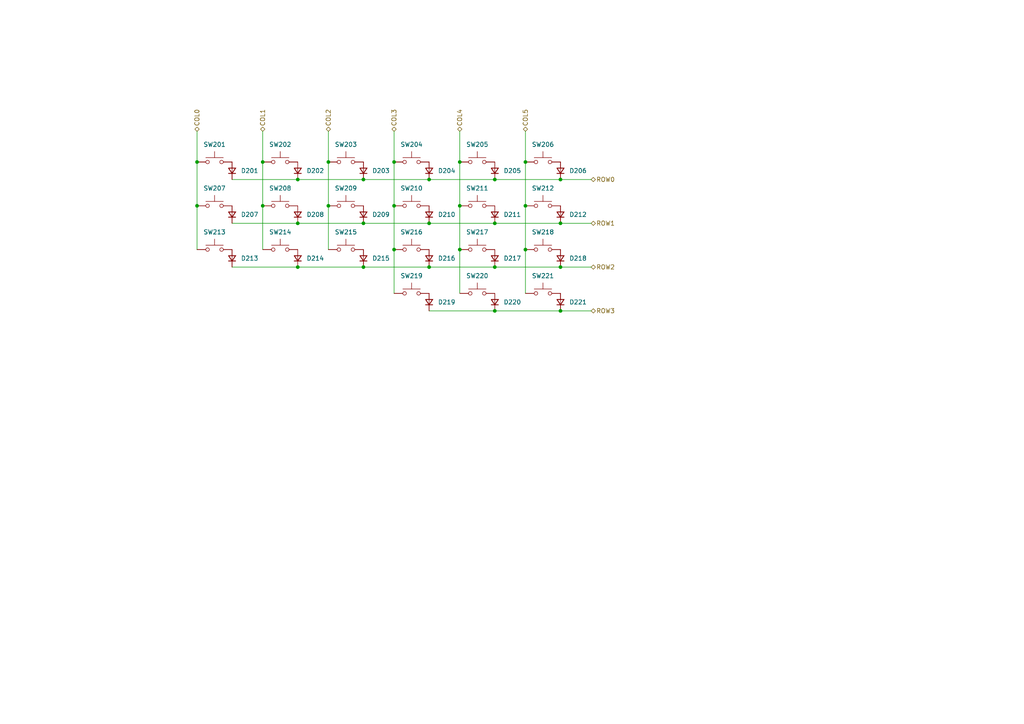
<source format=kicad_sch>
(kicad_sch (version 20230121) (generator eeschema)
  (paper "A4")
  (lib_symbols
    (symbol "Device:D_Small" (pin_numbers hide) (pin_names (offset 0.254) hide)
      (property "Reference" "D" (at -1.27 2.032 0))
      (property "Value" "D_Small" (at -3.81 -2.032 0))
      (symbol "D_Small_0_1"
        (polyline (pts (xy -0.762 -1.016) (xy -0.762 1.016)) (stroke (width 0.254)))
        (polyline (pts (xy -0.762 0) (xy 0.762 0)))
        (polyline (pts (xy 0.762 -1.016) (xy -0.762 0) (xy 0.762 1.016) (xy 0.762 -1.016)) (stroke (width 0.254)))
      )
      (symbol "D_Small_1_1"
        (pin passive line (at -2.54 0 0) (length 1.778) (name "K") (number "1"))
        (pin passive line (at 2.54 0 180) (length 1.778) (name "A") (number "2"))
      )
    )
    (symbol "Switch:SW_Push" (pin_numbers hide) (pin_names (offset 1.016) hide)
      (property "Reference" "SW" (at 1.27 2.54 0))
      (property "Value" "SW_Push" (at 0 -1.524 0))
      (symbol "SW_Push_0_1"
        (circle (center -2.032 0) (radius 0.508))
        (polyline (pts (xy 0 1.27) (xy 0 3.048)))
        (polyline (pts (xy 2.54 1.27) (xy -2.54 1.27)))
        (circle (center 2.032 0) (radius 0.508))
        (pin passive line (at -5.08 0 0) (length 2.54) (name "1") (number "1"))
        (pin passive line (at 5.08 0 180) (length 2.54) (name "2") (number "2"))
      )
    )
  )
  (junction (at 162.56 90.17))
  (junction (at 124.46 64.77))
  (junction (at 143.51 52.07))
  (junction (at 152.4 46.99))
  (junction (at 133.35 72.39))
  (junction (at 162.56 77.47))
  (junction (at 86.36 64.77))
  (junction (at 143.51 64.77))
  (junction (at 76.2 46.99))
  (junction (at 105.41 64.77))
  (junction (at 105.41 77.47))
  (junction (at 152.4 59.69))
  (junction (at 124.46 77.47))
  (junction (at 133.35 46.99))
  (junction (at 57.15 59.69))
  (junction (at 76.2 59.69))
  (junction (at 162.56 52.07))
  (junction (at 86.36 77.47))
  (junction (at 124.46 52.07))
  (junction (at 133.35 59.69))
  (junction (at 86.36 52.07))
  (junction (at 114.3 46.99))
  (junction (at 114.3 72.39))
  (junction (at 57.15 46.99))
  (junction (at 95.25 46.99))
  (junction (at 95.25 59.69))
  (junction (at 143.51 90.17))
  (junction (at 152.4 72.39))
  (junction (at 105.41 52.07))
  (junction (at 143.51 77.47))
  (junction (at 162.56 64.77))
  (junction (at 114.3 59.69))
  (wire (pts (xy 57.15 59.69) (xy 57.15 72.39)))
  (wire (pts (xy 124.46 64.77) (xy 143.51 64.77)))
  (wire (pts (xy 124.46 52.07) (xy 143.51 52.07)))
  (wire (pts (xy 86.36 64.77) (xy 105.41 64.77)))
  (wire (pts (xy 114.3 46.99) (xy 114.3 59.69)))
  (wire (pts (xy 95.25 59.69) (xy 95.25 72.39)))
  (wire (pts (xy 162.56 77.47) (xy 171.45 77.47)))
  (wire (pts (xy 76.2 38.1) (xy 76.2 46.99)))
  (wire (pts (xy 133.35 72.39) (xy 133.35 85.09)))
  (wire (pts (xy 76.2 59.69) (xy 76.2 72.39)))
  (wire (pts (xy 95.25 38.1) (xy 95.25 46.99)))
  (wire (pts (xy 152.4 46.99) (xy 152.4 59.69)))
  (wire (pts (xy 114.3 72.39) (xy 114.3 85.09)))
  (wire (pts (xy 86.36 77.47) (xy 105.41 77.47)))
  (wire (pts (xy 143.51 77.47) (xy 162.56 77.47)))
  (wire (pts (xy 86.36 52.07) (xy 105.41 52.07)))
  (wire (pts (xy 114.3 38.1) (xy 114.3 46.99)))
  (wire (pts (xy 124.46 77.47) (xy 143.51 77.47)))
  (wire (pts (xy 162.56 52.07) (xy 171.45 52.07)))
  (wire (pts (xy 57.15 46.99) (xy 57.15 59.69)))
  (wire (pts (xy 67.31 77.47) (xy 86.36 77.47)))
  (wire (pts (xy 152.4 59.69) (xy 152.4 72.39)))
  (wire (pts (xy 143.51 52.07) (xy 162.56 52.07)))
  (wire (pts (xy 114.3 59.69) (xy 114.3 72.39)))
  (wire (pts (xy 152.4 38.1) (xy 152.4 46.99)))
  (wire (pts (xy 162.56 64.77) (xy 171.45 64.77)))
  (wire (pts (xy 124.46 90.17) (xy 143.51 90.17)))
  (wire (pts (xy 105.41 52.07) (xy 124.46 52.07)))
  (wire (pts (xy 162.56 90.17) (xy 171.45 90.17)))
  (wire (pts (xy 133.35 59.69) (xy 133.35 72.39)))
  (wire (pts (xy 57.15 38.1) (xy 57.15 46.99)))
  (wire (pts (xy 143.51 64.77) (xy 162.56 64.77)))
  (wire (pts (xy 133.35 46.99) (xy 133.35 59.69)))
  (wire (pts (xy 95.25 46.99) (xy 95.25 59.69)))
  (wire (pts (xy 105.41 77.47) (xy 124.46 77.47)))
  (wire (pts (xy 67.31 52.07) (xy 86.36 52.07)))
  (wire (pts (xy 143.51 90.17) (xy 162.56 90.17)))
  (wire (pts (xy 152.4 72.39) (xy 152.4 85.09)))
  (wire (pts (xy 105.41 64.77) (xy 124.46 64.77)))
  (wire (pts (xy 133.35 38.1) (xy 133.35 46.99)))
  (wire (pts (xy 67.31 64.77) (xy 86.36 64.77)))
  (wire (pts (xy 76.2 46.99) (xy 76.2 59.69)))
  (hierarchical_label "COL4" (shape bidirectional) (at 133.35 38.1 90))
  (hierarchical_label "COL1" (shape bidirectional) (at 76.2 38.1 90))
  (hierarchical_label "COL3" (shape bidirectional) (at 114.3 38.1 90))
  (hierarchical_label "ROW3" (shape bidirectional) (at 171.45 90.17 0))
  (hierarchical_label "ROW1" (shape bidirectional) (at 171.45 64.77 0))
  (hierarchical_label "ROW2" (shape bidirectional) (at 171.45 77.47 0))
  (hierarchical_label "COL0" (shape bidirectional) (at 57.15 38.1 90))
  (hierarchical_label "ROW0" (shape bidirectional) (at 171.45 52.07 0))
  (hierarchical_label "COL5" (shape bidirectional) (at 152.4 38.1 90))
  (hierarchical_label "COL2" (shape bidirectional) (at 95.25 38.1 90))
  (symbol (lib_id "Switch:SW_Push") (at 81.28 72.39 0) (unit 1)
    (property "Reference" "SW214" (at 81.28 67.31 0))
    (property "Value" "SW_Push" (effects hide))
    (property "Footprint" "connectors:Kailh MX hotswap socket" (effects hide))
    (property "MFPN" "CPG151101S11" (effects hide))
    (property "LCSC" "C5156480" (effects hide))
    (instances (project "crkbd-shockburst" (path "" (reference "SW214") (unit 1)) (path "" (reference "SW314") (unit 1)) (path "" (reference "SW414") (unit 1))))
  )
  (symbol (lib_id "Device:D_Small") (at 143.51 62.23 90) (unit 1)
    (property "Reference" "D211" (at 146.05 62.23 90) (effects (justify right)))
    (property "Value" "BAT43W" (effects hide))
    (property "Footprint" "Diode_SMD:D_SOD-123" (effects hide))
    (property "Sim.Device" "D" (effects hide))
    (property "Sim.Pins" "1=K 2=A" (effects hide))
    (property "MFPN" "BAT43W" (effects hide))
    (property "LCSC" "C130885" (effects hide))
    (instances (project "crkbd-shockburst" (path "" (reference "D211") (unit 1)) (path "" (reference "D311") (unit 1)) (path "" (reference "D411") (unit 1))))
  )
  (symbol (lib_id "Switch:SW_Push") (at 100.33 59.69 0) (unit 1)
    (property "Reference" "SW209" (at 100.33 54.61 0))
    (property "Value" "SW_Push" (effects hide))
    (property "Footprint" "connectors:Kailh MX hotswap socket" (effects hide))
    (property "MFPN" "CPG151101S11" (effects hide))
    (property "LCSC" "C5156480" (effects hide))
    (instances (project "crkbd-shockburst" (path "" (reference "SW209") (unit 1)) (path "" (reference "SW309") (unit 1)) (path "" (reference "SW409") (unit 1))))
  )
  (symbol (lib_id "Device:D_Small") (at 105.41 62.23 90) (unit 1)
    (property "Reference" "D209" (at 107.95 62.23 90) (effects (justify right)))
    (property "Value" "BAT43W" (effects hide))
    (property "Footprint" "Diode_SMD:D_SOD-123" (effects hide))
    (property "Sim.Device" "D" (effects hide))
    (property "Sim.Pins" "1=K 2=A" (effects hide))
    (property "MFPN" "BAT43W" (effects hide))
    (property "LCSC" "C130885" (effects hide))
    (instances (project "crkbd-shockburst" (path "" (reference "D209") (unit 1)) (path "" (reference "D309") (unit 1)) (path "" (reference "D409") (unit 1))))
  )
  (symbol (lib_id "Device:D_Small") (at 162.56 74.93 90) (unit 1)
    (property "Reference" "D218" (at 165.1 74.93 90) (effects (justify right)))
    (property "Value" "BAT43W" (effects hide))
    (property "Footprint" "Diode_SMD:D_SOD-123" (effects hide))
    (property "Sim.Device" "D" (effects hide))
    (property "Sim.Pins" "1=K 2=A" (effects hide))
    (property "MFPN" "BAT43W" (effects hide))
    (property "LCSC" "C130885" (effects hide))
    (instances (project "crkbd-shockburst" (path "" (reference "D218") (unit 1)) (path "" (reference "D318") (unit 1)) (path "" (reference "D418") (unit 1))))
  )
  (symbol (lib_id "Switch:SW_Push") (at 62.23 59.69 0) (unit 1)
    (property "Reference" "SW207" (at 62.23 54.61 0))
    (property "Value" "SW_Push" (effects hide))
    (property "Footprint" "connectors:Kailh MX hotswap socket" (effects hide))
    (property "MFPN" "CPG151101S11" (effects hide))
    (property "LCSC" "C5156480" (effects hide))
    (instances (project "crkbd-shockburst" (path "" (reference "SW207") (unit 1)) (path "" (reference "SW307") (unit 1)) (path "" (reference "SW407") (unit 1))))
  )
  (symbol (lib_id "Device:D_Small") (at 162.56 87.63 90) (unit 1)
    (property "Reference" "D221" (at 165.1 87.63 90) (effects (justify right)))
    (property "Value" "BAT43W" (effects hide))
    (property "Footprint" "Diode_SMD:D_SOD-123" (effects hide))
    (property "Sim.Device" "D" (effects hide))
    (property "Sim.Pins" "1=K 2=A" (effects hide))
    (property "MFPN" "BAT43W" (effects hide))
    (property "LCSC" "C130885" (effects hide))
    (instances (project "crkbd-shockburst" (path "" (reference "D221") (unit 1)) (path "" (reference "D321") (unit 1)) (path "" (reference "D421") (unit 1))))
  )
  (symbol (lib_id "Device:D_Small") (at 105.41 74.93 90) (unit 1)
    (property "Reference" "D215" (at 107.95 74.93 90) (effects (justify right)))
    (property "Value" "BAT43W" (effects hide))
    (property "Footprint" "Diode_SMD:D_SOD-123" (effects hide))
    (property "Sim.Device" "D" (effects hide))
    (property "Sim.Pins" "1=K 2=A" (effects hide))
    (property "MFPN" "BAT43W" (effects hide))
    (property "LCSC" "C130885" (effects hide))
    (instances (project "crkbd-shockburst" (path "" (reference "D215") (unit 1)) (path "" (reference "D315") (unit 1)) (path "" (reference "D415") (unit 1))))
  )
  (symbol (lib_id "Device:D_Small") (at 124.46 49.53 90) (unit 1)
    (property "Reference" "D204" (at 127 49.53 90) (effects (justify right)))
    (property "Value" "BAT43W" (effects hide))
    (property "Footprint" "Diode_SMD:D_SOD-123" (effects hide))
    (property "Sim.Device" "D" (effects hide))
    (property "Sim.Pins" "1=K 2=A" (effects hide))
    (property "MFPN" "BAT43W" (effects hide))
    (property "LCSC" "C130885" (effects hide))
    (instances (project "crkbd-shockburst" (path "" (reference "D204") (unit 1)) (path "" (reference "D304") (unit 1)) (path "" (reference "D404") (unit 1))))
  )
  (symbol (lib_id "Switch:SW_Push") (at 157.48 46.99 0) (unit 1)
    (property "Reference" "SW206" (at 157.48 41.91 0))
    (property "Value" "SW_Push" (effects hide))
    (property "Footprint" "connectors:Kailh MX hotswap socket" (effects hide))
    (property "MFPN" "CPG151101S11" (effects hide))
    (property "LCSC" "C5156480" (effects hide))
    (instances (project "crkbd-shockburst" (path "" (reference "SW206") (unit 1)) (path "" (reference "SW306") (unit 1)) (path "" (reference "SW406") (unit 1))))
  )
  (symbol (lib_id "Device:D_Small") (at 86.36 49.53 90) (unit 1)
    (property "Reference" "D202" (at 88.9 49.53 90) (effects (justify right)))
    (property "Value" "BAT43W" (effects hide))
    (property "Footprint" "Diode_SMD:D_SOD-123" (effects hide))
    (property "Sim.Device" "D" (effects hide))
    (property "Sim.Pins" "1=K 2=A" (effects hide))
    (property "MFPN" "BAT43W" (effects hide))
    (property "LCSC" "C130885" (effects hide))
    (instances (project "crkbd-shockburst" (path "" (reference "D202") (unit 1)) (path "" (reference "D302") (unit 1)) (path "" (reference "D402") (unit 1))))
  )
  (symbol (lib_id "Device:D_Small") (at 124.46 87.63 90) (unit 1)
    (property "Reference" "D219" (at 127 87.63 90) (effects (justify right)))
    (property "Value" "BAT43W" (effects hide))
    (property "Footprint" "Diode_SMD:D_SOD-123" (effects hide))
    (property "Sim.Device" "D" (effects hide))
    (property "Sim.Pins" "1=K 2=A" (effects hide))
    (property "MFPN" "BAT43W" (effects hide))
    (property "LCSC" "C130885" (effects hide))
    (instances (project "crkbd-shockburst" (path "" (reference "D219") (unit 1)) (path "" (reference "D319") (unit 1)) (path "" (reference "D419") (unit 1))))
  )
  (symbol (lib_id "Device:D_Small") (at 124.46 74.93 90) (unit 1)
    (property "Reference" "D216" (at 127 74.93 90) (effects (justify right)))
    (property "Value" "BAT43W" (effects hide))
    (property "Footprint" "Diode_SMD:D_SOD-123" (effects hide))
    (property "Sim.Device" "D" (effects hide))
    (property "Sim.Pins" "1=K 2=A" (effects hide))
    (property "MFPN" "BAT43W" (effects hide))
    (property "LCSC" "C130885" (effects hide))
    (instances (project "crkbd-shockburst" (path "" (reference "D216") (unit 1)) (path "" (reference "D316") (unit 1)) (path "" (reference "D416") (unit 1))))
  )
  (symbol (lib_id "Switch:SW_Push") (at 157.48 59.69 0) (unit 1)
    (property "Reference" "SW212" (at 157.48 54.61 0))
    (property "Value" "SW_Push" (effects hide))
    (property "Footprint" "connectors:Kailh MX hotswap socket" (effects hide))
    (property "MFPN" "CPG151101S11" (effects hide))
    (property "LCSC" "C5156480" (effects hide))
    (instances (project "crkbd-shockburst" (path "" (reference "SW212") (unit 1)) (path "" (reference "SW312") (unit 1)) (path "" (reference "SW412") (unit 1))))
  )
  (symbol (lib_id "Switch:SW_Push") (at 138.43 46.99 0) (unit 1)
    (property "Reference" "SW205" (at 138.43 41.91 0))
    (property "Value" "SW_Push" (effects hide))
    (property "Footprint" "connectors:Kailh MX hotswap socket" (effects hide))
    (property "MFPN" "CPG151101S11" (effects hide))
    (property "LCSC" "C5156480" (effects hide))
    (instances (project "crkbd-shockburst" (path "" (reference "SW205") (unit 1)) (path "" (reference "SW305") (unit 1)) (path "" (reference "SW405") (unit 1))))
  )
  (symbol (lib_id "Switch:SW_Push") (at 100.33 72.39 0) (unit 1)
    (property "Reference" "SW215" (at 100.33 67.31 0))
    (property "Value" "SW_Push" (effects hide))
    (property "Footprint" "connectors:Kailh MX hotswap socket" (effects hide))
    (property "MFPN" "CPG151101S11" (effects hide))
    (property "LCSC" "C5156480" (effects hide))
    (instances (project "crkbd-shockburst" (path "" (reference "SW215") (unit 1)) (path "" (reference "SW315") (unit 1)) (path "" (reference "SW415") (unit 1))))
  )
  (symbol (lib_id "Switch:SW_Push") (at 119.38 72.39 0) (unit 1)
    (property "Reference" "SW216" (at 119.38 67.31 0))
    (property "Value" "SW_Push" (effects hide))
    (property "Footprint" "connectors:Kailh MX hotswap socket" (effects hide))
    (property "MFPN" "CPG151101S11" (effects hide))
    (property "LCSC" "C5156480" (effects hide))
    (instances (project "crkbd-shockburst" (path "" (reference "SW216") (unit 1)) (path "" (reference "SW316") (unit 1)) (path "" (reference "SW416") (unit 1))))
  )
  (symbol (lib_id "Switch:SW_Push") (at 138.43 85.09 0) (unit 1)
    (property "Reference" "SW220" (at 138.43 80.01 0))
    (property "Value" "SW_Push" (effects hide))
    (property "Footprint" "connectors:Kailh MX hotswap socket" (effects hide))
    (property "MFPN" "CPG151101S11" (effects hide))
    (property "LCSC" "C5156480" (effects hide))
    (instances (project "crkbd-shockburst" (path "" (reference "SW220") (unit 1)) (path "" (reference "SW320") (unit 1)) (path "" (reference "SW420") (unit 1))))
  )
  (symbol (lib_id "Switch:SW_Push") (at 138.43 72.39 0) (unit 1)
    (property "Reference" "SW217" (at 138.43 67.31 0))
    (property "Value" "SW_Push" (effects hide))
    (property "Footprint" "connectors:Kailh MX hotswap socket" (effects hide))
    (property "MFPN" "CPG151101S11" (effects hide))
    (property "LCSC" "C5156480" (effects hide))
    (instances (project "crkbd-shockburst" (path "" (reference "SW217") (unit 1)) (path "" (reference "SW317") (unit 1)) (path "" (reference "SW417") (unit 1))))
  )
  (symbol (lib_id "Switch:SW_Push") (at 62.23 72.39 0) (unit 1)
    (property "Reference" "SW213" (at 62.23 67.31 0))
    (property "Value" "SW_Push" (effects hide))
    (property "Footprint" "connectors:Kailh MX hotswap socket" (effects hide))
    (property "MFPN" "CPG151101S11" (effects hide))
    (property "LCSC" "C5156480" (effects hide))
    (instances (project "crkbd-shockburst" (path "" (reference "SW213") (unit 1)) (path "" (reference "SW313") (unit 1)) (path "" (reference "SW413") (unit 1))))
  )
  (symbol (lib_id "Switch:SW_Push") (at 157.48 85.09 0) (unit 1)
    (property "Reference" "SW221" (at 157.48 80.01 0))
    (property "Value" "SW_Push" (effects hide))
    (property "Footprint" "connectors:Kailh MX hotswap socket 1.5u" (effects hide))
    (property "MFPN" "CPG151101S11" (effects hide))
    (property "LCSC" "C5156480" (effects hide))
    (instances (project "crkbd-shockburst" (path "" (reference "SW221") (unit 1)) (path "" (reference "SW321") (unit 1)) (path "" (reference "SW421") (unit 1))))
  )
  (symbol (lib_id "Device:D_Small") (at 162.56 62.23 90) (unit 1)
    (property "Reference" "D212" (at 165.1 62.23 90) (effects (justify right)))
    (property "Value" "BAT43W" (effects hide))
    (property "Footprint" "Diode_SMD:D_SOD-123" (effects hide))
    (property "Sim.Device" "D" (effects hide))
    (property "Sim.Pins" "1=K 2=A" (effects hide))
    (property "MFPN" "BAT43W" (effects hide))
    (property "LCSC" "C130885" (effects hide))
    (instances (project "crkbd-shockburst" (path "" (reference "D212") (unit 1)) (path "" (reference "D312") (unit 1)) (path "" (reference "D412") (unit 1))))
  )
  (symbol (lib_id "Device:D_Small") (at 143.51 74.93 90) (unit 1)
    (property "Reference" "D217" (at 146.05 74.93 90) (effects (justify right)))
    (property "Value" "BAT43W" (effects hide))
    (property "Footprint" "Diode_SMD:D_SOD-123" (effects hide))
    (property "Sim.Device" "D" (effects hide))
    (property "Sim.Pins" "1=K 2=A" (effects hide))
    (property "MFPN" "BAT43W" (effects hide))
    (property "LCSC" "C130885" (effects hide))
    (instances (project "crkbd-shockburst" (path "" (reference "D217") (unit 1)) (path "" (reference "D317") (unit 1)) (path "" (reference "D417") (unit 1))))
  )
  (symbol (lib_id "Device:D_Small") (at 67.31 49.53 90) (unit 1)
    (property "Reference" "D201" (at 69.85 49.53 90) (effects (justify right)))
    (property "Value" "BAT43W" (effects hide))
    (property "Footprint" "Diode_SMD:D_SOD-123" (effects hide))
    (property "Sim.Device" "D" (effects hide))
    (property "Sim.Pins" "1=K 2=A" (effects hide))
    (property "MFPN" "BAT43W" (effects hide))
    (property "LCSC" "C130885" (effects hide))
    (instances (project "crkbd-shockburst" (path "" (reference "D201") (unit 1)) (path "" (reference "D301") (unit 1)) (path "" (reference "D401") (unit 1))))
  )
  (symbol (lib_id "Switch:SW_Push") (at 119.38 59.69 0) (unit 1)
    (property "Reference" "SW210" (at 119.38 54.61 0))
    (property "Value" "SW_Push" (effects hide))
    (property "Footprint" "connectors:Kailh MX hotswap socket" (effects hide))
    (property "MFPN" "CPG151101S11" (effects hide))
    (property "LCSC" "C5156480" (effects hide))
    (instances (project "crkbd-shockburst" (path "" (reference "SW210") (unit 1)) (path "" (reference "SW310") (unit 1)) (path "" (reference "SW410") (unit 1))))
  )
  (symbol (lib_id "Switch:SW_Push") (at 81.28 59.69 0) (unit 1)
    (property "Reference" "SW208" (at 81.28 54.61 0))
    (property "Value" "SW_Push" (effects hide))
    (property "Footprint" "connectors:Kailh MX hotswap socket" (effects hide))
    (property "MFPN" "CPG151101S11" (effects hide))
    (property "LCSC" "C5156480" (effects hide))
    (instances (project "crkbd-shockburst" (path "" (reference "SW208") (unit 1)) (path "" (reference "SW308") (unit 1)) (path "" (reference "SW408") (unit 1))))
  )
  (symbol (lib_id "Device:D_Small") (at 124.46 62.23 90) (unit 1)
    (property "Reference" "D210" (at 127 62.23 90) (effects (justify right)))
    (property "Value" "BAT43W" (effects hide))
    (property "Footprint" "Diode_SMD:D_SOD-123" (effects hide))
    (property "Sim.Device" "D" (effects hide))
    (property "Sim.Pins" "1=K 2=A" (effects hide))
    (property "MFPN" "BAT43W" (effects hide))
    (property "LCSC" "C130885" (effects hide))
    (instances (project "crkbd-shockburst" (path "" (reference "D210") (unit 1)) (path "" (reference "D310") (unit 1)) (path "" (reference "D410") (unit 1))))
  )
  (symbol (lib_id "Switch:SW_Push") (at 119.38 46.99 0) (unit 1)
    (property "Reference" "SW204" (at 119.38 41.91 0))
    (property "Value" "SW_Push" (effects hide))
    (property "Footprint" "connectors:Kailh MX hotswap socket" (effects hide))
    (property "MFPN" "CPG151101S11" (effects hide))
    (property "LCSC" "C5156480" (effects hide))
    (instances (project "crkbd-shockburst" (path "" (reference "SW204") (unit 1)) (path "" (reference "SW304") (unit 1)) (path "" (reference "SW404") (unit 1))))
  )
  (symbol (lib_id "Device:D_Small") (at 143.51 49.53 90) (unit 1)
    (property "Reference" "D205" (at 146.05 49.53 90) (effects (justify right)))
    (property "Value" "BAT43W" (effects hide))
    (property "Footprint" "Diode_SMD:D_SOD-123" (effects hide))
    (property "Sim.Device" "D" (effects hide))
    (property "Sim.Pins" "1=K 2=A" (effects hide))
    (property "MFPN" "BAT43W" (effects hide))
    (property "LCSC" "C130885" (effects hide))
    (instances (project "crkbd-shockburst" (path "" (reference "D205") (unit 1)) (path "" (reference "D305") (unit 1)) (path "" (reference "D405") (unit 1))))
  )
  (symbol (lib_id "Switch:SW_Push") (at 119.38 85.09 0) (unit 1)
    (property "Reference" "SW219" (at 119.38 80.01 0))
    (property "Value" "SW_Push" (effects hide))
    (property "Footprint" "connectors:Kailh MX hotswap socket" (effects hide))
    (property "MFPN" "CPG151101S11" (effects hide))
    (property "LCSC" "C5156480" (effects hide))
    (instances (project "crkbd-shockburst" (path "" (reference "SW219") (unit 1)) (path "" (reference "SW319") (unit 1)) (path "" (reference "SW419") (unit 1))))
  )
  (symbol (lib_id "Device:D_Small") (at 86.36 62.23 90) (unit 1)
    (property "Reference" "D208" (at 88.9 62.23 90) (effects (justify right)))
    (property "Value" "BAT43W" (effects hide))
    (property "Footprint" "Diode_SMD:D_SOD-123" (effects hide))
    (property "Sim.Device" "D" (effects hide))
    (property "Sim.Pins" "1=K 2=A" (effects hide))
    (property "MFPN" "BAT43W" (effects hide))
    (property "LCSC" "C130885" (effects hide))
    (instances (project "crkbd-shockburst" (path "" (reference "D208") (unit 1)) (path "" (reference "D308") (unit 1)) (path "" (reference "D408") (unit 1))))
  )
  (symbol (lib_id "Device:D_Small") (at 162.56 49.53 90) (unit 1)
    (property "Reference" "D206" (at 165.1 49.53 90) (effects (justify right)))
    (property "Value" "BAT43W" (effects hide))
    (property "Footprint" "Diode_SMD:D_SOD-123" (effects hide))
    (property "Sim.Device" "D" (effects hide))
    (property "Sim.Pins" "1=K 2=A" (effects hide))
    (property "MFPN" "BAT43W" (effects hide))
    (property "LCSC" "C130885" (effects hide))
    (instances (project "crkbd-shockburst" (path "" (reference "D206") (unit 1)) (path "" (reference "D306") (unit 1)) (path "" (reference "D406") (unit 1))))
  )
  (symbol (lib_id "Switch:SW_Push") (at 81.28 46.99 0) (unit 1)
    (property "Reference" "SW202" (at 81.28 41.91 0))
    (property "Value" "SW_Push" (effects hide))
    (property "Footprint" "connectors:Kailh MX hotswap socket" (effects hide))
    (property "MFPN" "CPG151101S11" (effects hide))
    (property "LCSC" "C5156480" (effects hide))
    (instances (project "crkbd-shockburst" (path "" (reference "SW202") (unit 1)) (path "" (reference "SW302") (unit 1)) (path "" (reference "SW402") (unit 1))))
  )
  (symbol (lib_id "Device:D_Small") (at 86.36 74.93 90) (unit 1)
    (property "Reference" "D214" (at 88.9 74.93 90) (effects (justify right)))
    (property "Value" "BAT43W" (effects hide))
    (property "Footprint" "Diode_SMD:D_SOD-123" (effects hide))
    (property "Sim.Device" "D" (effects hide))
    (property "Sim.Pins" "1=K 2=A" (effects hide))
    (property "MFPN" "BAT43W" (effects hide))
    (property "LCSC" "C130885" (effects hide))
    (instances (project "crkbd-shockburst" (path "" (reference "D214") (unit 1)) (path "" (reference "D314") (unit 1)) (path "" (reference "D414") (unit 1))))
  )
  (symbol (lib_id "Device:D_Small") (at 67.31 62.23 90) (unit 1)
    (property "Reference" "D207" (at 69.85 62.23 90) (effects (justify right)))
    (property "Value" "BAT43W" (effects hide))
    (property "Footprint" "Diode_SMD:D_SOD-123" (effects hide))
    (property "Sim.Device" "D" (effects hide))
    (property "Sim.Pins" "1=K 2=A" (effects hide))
    (property "MFPN" "BAT43W" (effects hide))
    (property "LCSC" "C130885" (effects hide))
    (instances (project "crkbd-shockburst" (path "" (reference "D207") (unit 1)) (path "" (reference "D307") (unit 1)) (path "" (reference "D407") (unit 1))))
  )
  (symbol (lib_id "Device:D_Small") (at 143.51 87.63 90) (unit 1)
    (property "Reference" "D220" (at 146.05 87.63 90) (effects (justify right)))
    (property "Value" "BAT43W" (effects hide))
    (property "Footprint" "Diode_SMD:D_SOD-123" (effects hide))
    (property "Sim.Device" "D" (effects hide))
    (property "Sim.Pins" "1=K 2=A" (effects hide))
    (property "MFPN" "BAT43W" (effects hide))
    (property "LCSC" "C130885" (effects hide))
    (instances (project "crkbd-shockburst" (path "" (reference "D220") (unit 1)) (path "" (reference "D320") (unit 1)) (path "" (reference "D420") (unit 1))))
  )
  (symbol (lib_id "Device:D_Small") (at 67.31 74.93 90) (unit 1)
    (property "Reference" "D213" (at 69.85 74.93 90) (effects (justify right)))
    (property "Value" "BAT43W" (effects hide))
    (property "Footprint" "Diode_SMD:D_SOD-123" (effects hide))
    (property "Sim.Device" "D" (effects hide))
    (property "Sim.Pins" "1=K 2=A" (effects hide))
    (property "MFPN" "BAT43W" (effects hide))
    (property "LCSC" "C130885" (effects hide))
    (instances (project "crkbd-shockburst" (path "" (reference "D213") (unit 1)) (path "" (reference "D313") (unit 1)) (path "" (reference "D413") (unit 1))))
  )
  (symbol (lib_id "Switch:SW_Push") (at 62.23 46.99 0) (unit 1)
    (property "Reference" "SW201" (at 62.23 41.91 0))
    (property "Value" "SW_Push" (effects hide))
    (property "Footprint" "connectors:Kailh MX hotswap socket" (effects hide))
    (property "MFPN" "CPG151101S11" (effects hide))
    (property "LCSC" "C5156480" (effects hide))
    (instances (project "crkbd-shockburst" (path "" (reference "SW201") (unit 1)) (path "" (reference "SW301") (unit 1)) (path "" (reference "SW401") (unit 1))))
  )
  (symbol (lib_id "Switch:SW_Push") (at 138.43 59.69 0) (unit 1)
    (property "Reference" "SW211" (at 138.43 54.61 0))
    (property "Value" "SW_Push" (effects hide))
    (property "Footprint" "connectors:Kailh MX hotswap socket" (effects hide))
    (property "MFPN" "CPG151101S11" (effects hide))
    (property "LCSC" "C5156480" (effects hide))
    (instances (project "crkbd-shockburst" (path "" (reference "SW211") (unit 1)) (path "" (reference "SW311") (unit 1)) (path "" (reference "SW411") (unit 1))))
  )
  (symbol (lib_id "Switch:SW_Push") (at 157.48 72.39 0) (unit 1)
    (property "Reference" "SW218" (at 157.48 67.31 0))
    (property "Value" "SW_Push" (effects hide))
    (property "Footprint" "connectors:Kailh MX hotswap socket" (effects hide))
    (property "MFPN" "CPG151101S11" (effects hide))
    (property "LCSC" "C5156480" (effects hide))
    (instances (project "crkbd-shockburst" (path "" (reference "SW218") (unit 1)) (path "" (reference "SW318") (unit 1)) (path "" (reference "SW418") (unit 1))))
  )
  (symbol (lib_id "Switch:SW_Push") (at 100.33 46.99 0) (unit 1)
    (property "Reference" "SW203" (at 100.33 41.91 0))
    (property "Value" "SW_Push" (effects hide))
    (property "Footprint" "connectors:Kailh MX hotswap socket" (effects hide))
    (property "MFPN" "CPG151101S11" (effects hide))
    (property "LCSC" "C5156480" (effects hide))
    (instances (project "crkbd-shockburst" (path "" (reference "SW203") (unit 1)) (path "" (reference "SW303") (unit 1)) (path "" (reference "SW403") (unit 1))))
  )
  (symbol (lib_id "Device:D_Small") (at 105.41 49.53 90) (unit 1)
    (property "Reference" "D203" (at 107.95 49.53 90) (effects (justify right)))
    (property "Value" "BAT43W" (effects hide))
    (property "Footprint" "Diode_SMD:D_SOD-123" (effects hide))
    (property "Sim.Device" "D" (effects hide))
    (property "Sim.Pins" "1=K 2=A" (effects hide))
    (property "MFPN" "BAT43W" (effects hide))
    (property "LCSC" "C130885" (effects hide))
    (instances (project "crkbd-shockburst" (path "" (reference "D203") (unit 1)) (path "" (reference "D303") (unit 1)) (path "" (reference "D403") (unit 1))))
  )
)
</source>
